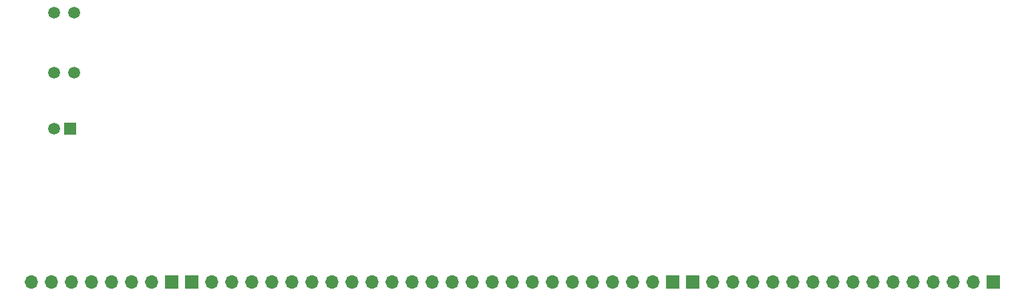
<source format=gbs>
%TF.GenerationSoftware,KiCad,Pcbnew,8.0.5*%
%TF.CreationDate,2024-11-27T10:13:54+02:00*%
%TF.ProjectId,W65C816 Debug Display,57363543-3831-4362-9044-656275672044,V1*%
%TF.SameCoordinates,PX2b4c984PY5781bbc*%
%TF.FileFunction,Soldermask,Bot*%
%TF.FilePolarity,Negative*%
%FSLAX46Y46*%
G04 Gerber Fmt 4.6, Leading zero omitted, Abs format (unit mm)*
G04 Created by KiCad (PCBNEW 8.0.5) date 2024-11-27 10:13:54*
%MOMM*%
%LPD*%
G01*
G04 APERTURE LIST*
%ADD10R,1.500000X1.500000*%
%ADD11C,1.500000*%
%ADD12C,1.509000*%
%ADD13R,1.700000X1.700000*%
%ADD14O,1.700000X1.700000*%
G04 APERTURE END LIST*
D10*
%TO.C,C1*%
X4937000Y19482000D03*
D11*
X2937000Y19482000D03*
%TD*%
D12*
%TO.C,S2*%
X5445000Y34214000D03*
X2905000Y34214000D03*
X2905000Y26594000D03*
X5445000Y26594000D03*
%TD*%
D13*
%TO.C,J3*%
X81280000Y0D03*
D14*
X78740000Y0D03*
X76200000Y0D03*
X73660000Y0D03*
X71120000Y0D03*
X68580000Y0D03*
X66040000Y0D03*
X63500000Y0D03*
X60960000Y0D03*
X58420000Y0D03*
X55880000Y0D03*
X53340000Y0D03*
X50800000Y0D03*
X48260000Y0D03*
X45720000Y0D03*
X43180000Y0D03*
X40640000Y0D03*
X38100000Y0D03*
X35560000Y0D03*
X33020000Y0D03*
X30480000Y0D03*
X27940000Y0D03*
X25400000Y0D03*
X22860000Y0D03*
%TD*%
D13*
%TO.C,J4*%
X17780000Y0D03*
D14*
X15240000Y0D03*
X12700000Y0D03*
X10160000Y0D03*
X7620000Y0D03*
X5080000Y0D03*
X2540000Y0D03*
X0Y0D03*
%TD*%
D13*
%TO.C,J5*%
X121920000Y0D03*
D14*
X119380000Y0D03*
X116840000Y0D03*
X114300000Y0D03*
X111760000Y0D03*
X109220000Y0D03*
X106680000Y0D03*
X104140000Y0D03*
X101600000Y0D03*
X99060000Y0D03*
X96520000Y0D03*
X93980000Y0D03*
X91440000Y0D03*
X88900000Y0D03*
X86360000Y0D03*
%TD*%
D13*
%TO.C,J1*%
X83820000Y0D03*
%TD*%
%TO.C,J2*%
X20320000Y0D03*
%TD*%
M02*

</source>
